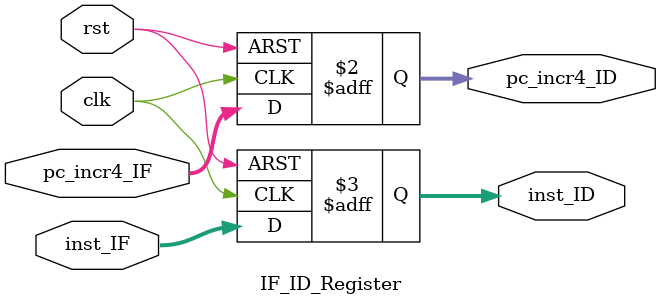
<source format=v>
`timescale 1ns / 1ps

module IF_ID_Register(
    clk,
    rst,
    
    // pipeline data signals
    pc_incr4_IF,
    inst_IF,
    
    pc_incr4_ID,
    inst_ID  
);

    input clk;
    input rst;
    input [31 : 0] pc_incr4_IF;
    input [31 : 0] inst_IF;
    
    output reg [31 : 0] pc_incr4_ID;
    output reg [31 : 0] inst_ID;
    
    always @(posedge clk or posedge rst) begin
        if(rst) begin
            pc_incr4_ID <= 32'd0;
            inst_ID <= 32'd0;
        end
        else begin
            pc_incr4_ID <= pc_incr4_IF;
            inst_ID <= inst_IF;
        end
    end

endmodule

</source>
